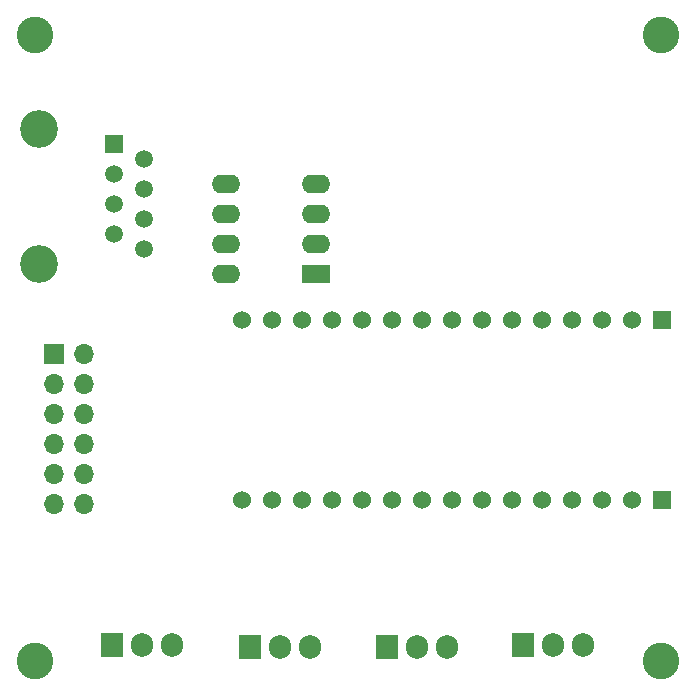
<source format=gbs>
G04 #@! TF.GenerationSoftware,KiCad,Pcbnew,6.0.6*
G04 #@! TF.CreationDate,2022-08-23T19:51:20-05:00*
G04 #@! TF.ProjectId,Penguinator-Glue-Board,50656e67-7569-46e6-9174-6f722d476c75,rev?*
G04 #@! TF.SameCoordinates,Original*
G04 #@! TF.FileFunction,Soldermask,Bot*
G04 #@! TF.FilePolarity,Negative*
%FSLAX46Y46*%
G04 Gerber Fmt 4.6, Leading zero omitted, Abs format (unit mm)*
G04 Created by KiCad (PCBNEW 6.0.6) date 2022-08-23 19:51:20*
%MOMM*%
%LPD*%
G01*
G04 APERTURE LIST*
%ADD10R,1.530000X1.530000*%
%ADD11C,1.530000*%
%ADD12R,2.400000X1.600000*%
%ADD13O,2.400000X1.600000*%
%ADD14R,1.905000X2.000000*%
%ADD15O,1.905000X2.000000*%
%ADD16R,1.700000X1.700000*%
%ADD17O,1.700000X1.700000*%
%ADD18C,3.200000*%
%ADD19R,1.500000X1.500000*%
%ADD20C,1.500000*%
%ADD21C,3.100000*%
G04 APERTURE END LIST*
D10*
X56601000Y-27632500D03*
D11*
X54061000Y-27632500D03*
X51521000Y-27632500D03*
X48981000Y-27632500D03*
X46441000Y-27632500D03*
X43901000Y-27632500D03*
X41361000Y-27632500D03*
X38821000Y-27632500D03*
X36281000Y-27632500D03*
X33741000Y-27632500D03*
X31201000Y-27632500D03*
X28661000Y-27632500D03*
X26121000Y-27632500D03*
X23581000Y-27632500D03*
X21041000Y-27632500D03*
X21041000Y-42872500D03*
X23581000Y-42872500D03*
X26121000Y-42872500D03*
X28661000Y-42872500D03*
X31201000Y-42872500D03*
X33741000Y-42872500D03*
X36281000Y-42872500D03*
X38821000Y-42872500D03*
X41361000Y-42872500D03*
X43901000Y-42872500D03*
X46441000Y-42872500D03*
X48981000Y-42872500D03*
X51521000Y-42872500D03*
X54061000Y-42872500D03*
D10*
X56601000Y-42872500D03*
D12*
X27320000Y-23739000D03*
D13*
X27320000Y-21199000D03*
X27320000Y-18659000D03*
X27320000Y-16119000D03*
X19700000Y-16119000D03*
X19700000Y-18659000D03*
X19700000Y-21199000D03*
X19700000Y-23739000D03*
D14*
X21717000Y-55301000D03*
D15*
X24257000Y-55301000D03*
X26797000Y-55301000D03*
X38354000Y-55301000D03*
X35814000Y-55301000D03*
D14*
X33274000Y-55301000D03*
X44831000Y-55174000D03*
D15*
X47371000Y-55174000D03*
X49911000Y-55174000D03*
D14*
X10033000Y-55174000D03*
D15*
X12573000Y-55174000D03*
X15113000Y-55174000D03*
D16*
X5080000Y-30480000D03*
D17*
X7620000Y-30480000D03*
X5080000Y-33020000D03*
X7620000Y-33020000D03*
X5080000Y-35560000D03*
X7620000Y-35560000D03*
X5080000Y-38100000D03*
X7620000Y-38100000D03*
X5080000Y-40640000D03*
X7620000Y-40640000D03*
X5080000Y-43180000D03*
X7620000Y-43180000D03*
D18*
X3810000Y-22860000D03*
X3810000Y-11430000D03*
D19*
X10160000Y-12700000D03*
D20*
X12700000Y-13970000D03*
X10160000Y-15240000D03*
X12700000Y-16510000D03*
X10160000Y-17780000D03*
X12700000Y-19050000D03*
X10160000Y-20320000D03*
X12700000Y-21590000D03*
D21*
X56500000Y-56500000D03*
X3500000Y-3500000D03*
X3500000Y-56500000D03*
X56500000Y-3500000D03*
M02*

</source>
